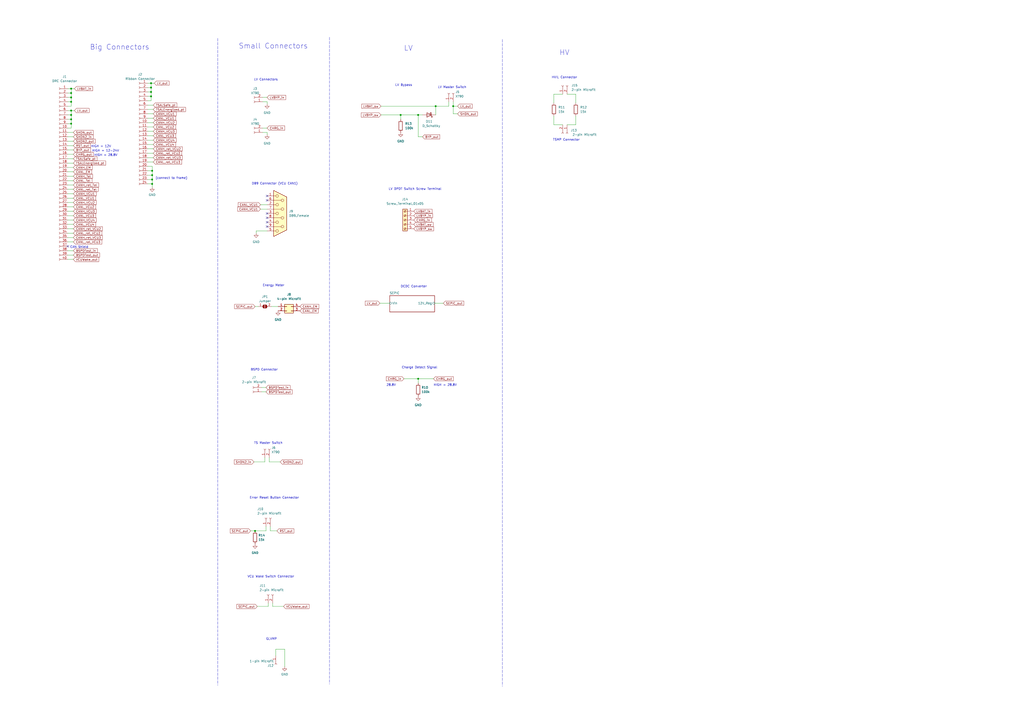
<source format=kicad_sch>
(kicad_sch (version 20211123) (generator eeschema)
  (paper "A2")
  (lib_symbols
    (symbol "Connector:Conn_01x01_Female" (pin_names (offset 1.016) hide)
      (property "Reference" "J" (at 0 2.54 0))
      (property "Value" "Conn_01x01_Female" (at 0 -2.54 0))
      (symbol "Conn_01x01_Female_1_1"
        (polyline (pts (xy -1.27 0) (xy -0.508 0)) (stroke (width 0.1524)))
        (arc (start 0 0.508) (mid -0.508 0) (end 0 -0.508) (stroke (width 0.1524)))
        (pin passive line (at -5.08 0 0) (length 3.81) (name "Pin_1") (number "1"))
      )
    )
    (symbol "Connector:Conn_01x02_Female" (pin_names (offset 1.016) hide)
      (property "Reference" "J" (at 0 2.54 0))
      (property "Value" "Conn_01x02_Female" (at 0 -5.08 0))
      (symbol "Conn_01x02_Female_1_1"
        (arc (start 0 -2.032) (mid -0.508 -2.54) (end 0 -3.048) (stroke (width 0.1524)))
        (polyline (pts (xy -1.27 -2.54) (xy -0.508 -2.54)) (stroke (width 0.1524)))
        (polyline (pts (xy -1.27 0) (xy -0.508 0)) (stroke (width 0.1524)))
        (arc (start 0 0.508) (mid -0.508 0) (end 0 -0.508) (stroke (width 0.1524)))
        (pin passive line (at -5.08 0 0) (length 3.81) (name "Pin_1") (number "1"))
        (pin passive line (at -5.08 -2.54 0) (length 3.81) (name "Pin_2") (number "2"))
      )
    )
    (symbol "Connector:Conn_01x24_Female" (pin_names (offset 1.016) hide)
      (property "Reference" "J" (at 0 30.48 0))
      (property "Value" "Conn_01x24_Female" (at 0 -33.02 0))
      (symbol "Conn_01x24_Female_1_1"
        (arc (start 0 -29.972) (mid -0.508 -30.48) (end 0 -30.988) (stroke (width 0.1524)))
        (arc (start 0 -27.432) (mid -0.508 -27.94) (end 0 -28.448) (stroke (width 0.1524)))
        (arc (start 0 -24.892) (mid -0.508 -25.4) (end 0 -25.908) (stroke (width 0.1524)))
        (arc (start 0 -22.352) (mid -0.508 -22.86) (end 0 -23.368) (stroke (width 0.1524)))
        (arc (start 0 -19.812) (mid -0.508 -20.32) (end 0 -20.828) (stroke (width 0.1524)))
        (arc (start 0 -17.272) (mid -0.508 -17.78) (end 0 -18.288) (stroke (width 0.1524)))
        (arc (start 0 -14.732) (mid -0.508 -15.24) (end 0 -15.748) (stroke (width 0.1524)))
        (arc (start 0 -12.192) (mid -0.508 -12.7) (end 0 -13.208) (stroke (width 0.1524)))
        (arc (start 0 -9.652) (mid -0.508 -10.16) (end 0 -10.668) (stroke (width 0.1524)))
        (arc (start 0 -7.112) (mid -0.508 -7.62) (end 0 -8.128) (stroke (width 0.1524)))
        (arc (start 0 -4.572) (mid -0.508 -5.08) (end 0 -5.588) (stroke (width 0.1524)))
        (arc (start 0 -2.032) (mid -0.508 -2.54) (end 0 -3.048) (stroke (width 0.1524)))
        (polyline (pts (xy -1.27 -30.48) (xy -0.508 -30.48)) (stroke (width 0.1524)))
        (polyline (pts (xy -1.27 -27.94) (xy -0.508 -27.94)) (stroke (width 0.1524)))
        (polyline (pts (xy -1.27 -25.4) (xy -0.508 -25.4)) (stroke (width 0.1524)))
        (polyline (pts (xy -1.27 -22.86) (xy -0.508 -22.86)) (stroke (width 0.1524)))
        (polyline (pts (xy -1.27 -20.32) (xy -0.508 -20.32)) (stroke (width 0.1524)))
        (polyline (pts (xy -1.27 -17.78) (xy -0.508 -17.78)) (stroke (width 0.1524)))
        (polyline (pts (xy -1.27 -15.24) (xy -0.508 -15.24)) (stroke (width 0.1524)))
        (polyline (pts (xy -1.27 -12.7) (xy -0.508 -12.7)) (stroke (width 0.1524)))
        (polyline (pts (xy -1.27 -10.16) (xy -0.508 -10.16)) (stroke (width 0.1524)))
        (polyline (pts (xy -1.27 -7.62) (xy -0.508 -7.62)) (stroke (width 0.1524)))
        (polyline (pts (xy -1.27 -5.08) (xy -0.508 -5.08)) (stroke (width 0.1524)))
        (polyline (pts (xy -1.27 -2.54) (xy -0.508 -2.54)) (stroke (width 0.1524)))
        (polyline (pts (xy -1.27 0) (xy -0.508 0)) (stroke (width 0.1524)))
        (polyline (pts (xy -1.27 2.54) (xy -0.508 2.54)) (stroke (width 0.1524)))
        (polyline (pts (xy -1.27 5.08) (xy -0.508 5.08)) (stroke (width 0.1524)))
        (polyline (pts (xy -1.27 7.62) (xy -0.508 7.62)) (stroke (width 0.1524)))
        (polyline (pts (xy -1.27 10.16) (xy -0.508 10.16)) (stroke (width 0.1524)))
        (polyline (pts (xy -1.27 12.7) (xy -0.508 12.7)) (stroke (width 0.1524)))
        (polyline (pts (xy -1.27 15.24) (xy -0.508 15.24)) (stroke (width 0.1524)))
        (polyline (pts (xy -1.27 17.78) (xy -0.508 17.78)) (stroke (width 0.1524)))
        (polyline (pts (xy -1.27 20.32) (xy -0.508 20.32)) (stroke (width 0.1524)))
        (polyline (pts (xy -1.27 22.86) (xy -0.508 22.86)) (stroke (width 0.1524)))
        (polyline (pts (xy -1.27 25.4) (xy -0.508 25.4)) (stroke (width 0.1524)))
        (polyline (pts (xy -1.27 27.94) (xy -0.508 27.94)) (stroke (width 0.1524)))
        (arc (start 0 0.508) (mid -0.508 0) (end 0 -0.508) (stroke (width 0.1524)))
        (arc (start 0 3.048) (mid -0.508 2.54) (end 0 2.032) (stroke (width 0.1524)))
        (arc (start 0 5.588) (mid -0.508 5.08) (end 0 4.572) (stroke (width 0.1524)))
        (arc (start 0 8.128) (mid -0.508 7.62) (end 0 7.112) (stroke (width 0.1524)))
        (arc (start 0 10.668) (mid -0.508 10.16) (end 0 9.652) (stroke (width 0.1524)))
        (arc (start 0 13.208) (mid -0.508 12.7) (end 0 12.192) (stroke (width 0.1524)))
        (arc (start 0 15.748) (mid -0.508 15.24) (end 0 14.732) (stroke (width 0.1524)))
        (arc (start 0 18.288) (mid -0.508 17.78) (end 0 17.272) (stroke (width 0.1524)))
        (arc (start 0 20.828) (mid -0.508 20.32) (end 0 19.812) (stroke (width 0.1524)))
        (arc (start 0 23.368) (mid -0.508 22.86) (end 0 22.352) (stroke (width 0.1524)))
        (arc (start 0 25.908) (mid -0.508 25.4) (end 0 24.892) (stroke (width 0.1524)))
        (arc (start 0 28.448) (mid -0.508 27.94) (end 0 27.432) (stroke (width 0.1524)))
        (pin passive line (at -5.08 27.94 0) (length 3.81) (name "Pin_1") (number "1"))
        (pin passive line (at -5.08 5.08 0) (length 3.81) (name "Pin_10") (number "10"))
        (pin passive line (at -5.08 2.54 0) (length 3.81) (name "Pin_11") (number "11"))
        (pin passive line (at -5.08 0 0) (length 3.81) (name "Pin_12") (number "12"))
        (pin passive line (at -5.08 -2.54 0) (length 3.81) (name "Pin_13") (number "13"))
        (pin passive line (at -5.08 -5.08 0) (length 3.81) (name "Pin_14") (number "14"))
        (pin passive line (at -5.08 -7.62 0) (length 3.81) (name "Pin_15") (number "15"))
        (pin passive line (at -5.08 -10.16 0) (length 3.81) (name "Pin_16") (number "16"))
        (pin passive line (at -5.08 -12.7 0) (length 3.81) (name "Pin_17") (number "17"))
        (pin passive line (at -5.08 -15.24 0) (length 3.81) (name "Pin_18") (number "18"))
        (pin passive line (at -5.08 -17.78 0) (length 3.81) (name "Pin_19") (number "19"))
        (pin passive line (at -5.08 25.4 0) (length 3.81) (name "Pin_2") (number "2"))
        (pin passive line (at -5.08 -20.32 0) (length 3.81) (name "Pin_20") (number "20"))
        (pin passive line (at -5.08 -22.86 0) (length 3.81) (name "Pin_21") (number "21"))
        (pin passive line (at -5.08 -25.4 0) (length 3.81) (name "Pin_22") (number "22"))
        (pin passive line (at -5.08 -27.94 0) (length 3.81) (name "Pin_23") (number "23"))
        (pin passive line (at -5.08 -30.48 0) (length 3.81) (name "Pin_24") (number "24"))
        (pin passive line (at -5.08 22.86 0) (length 3.81) (name "Pin_3") (number "3"))
        (pin passive line (at -5.08 20.32 0) (length 3.81) (name "Pin_4") (number "4"))
        (pin passive line (at -5.08 17.78 0) (length 3.81) (name "Pin_5") (number "5"))
        (pin passive line (at -5.08 15.24 0) (length 3.81) (name "Pin_6") (number "6"))
        (pin passive line (at -5.08 12.7 0) (length 3.81) (name "Pin_7") (number "7"))
        (pin passive line (at -5.08 10.16 0) (length 3.81) (name "Pin_8") (number "8"))
        (pin passive line (at -5.08 7.62 0) (length 3.81) (name "Pin_9") (number "9"))
      )
    )
    (symbol "Connector:Conn_01x40_Female" (pin_names (offset 1.016) hide)
      (property "Reference" "J" (at 0 50.8 0))
      (property "Value" "Conn_01x40_Female" (at 0 -53.34 0))
      (symbol "Conn_01x40_Female_1_1"
        (arc (start 0 -50.292) (mid -0.508 -50.8) (end 0 -51.308) (stroke (width 0.1524)))
        (arc (start 0 -47.752) (mid -0.508 -48.26) (end 0 -48.768) (stroke (width 0.1524)))
        (arc (start 0 -45.212) (mid -0.508 -45.72) (end 0 -46.228) (stroke (width 0.1524)))
        (arc (start 0 -42.672) (mid -0.508 -43.18) (end 0 -43.688) (stroke (width 0.1524)))
        (arc (start 0 -40.132) (mid -0.508 -40.64) (end 0 -41.148) (stroke (width 0.1524)))
        (arc (start 0 -37.592) (mid -0.508 -38.1) (end 0 -38.608) (stroke (width 0.1524)))
        (arc (start 0 -35.052) (mid -0.508 -35.56) (end 0 -36.068) (stroke (width 0.1524)))
        (arc (start 0 -32.512) (mid -0.508 -33.02) (end 0 -33.528) (stroke (width 0.1524)))
        (arc (start 0 -29.972) (mid -0.508 -30.48) (end 0 -30.988) (stroke (width 0.1524)))
        (arc (start 0 -27.432) (mid -0.508 -27.94) (end 0 -28.448) (stroke (width 0.1524)))
        (arc (start 0 -24.892) (mid -0.508 -25.4) (end 0 -25.908) (stroke (width 0.1524)))
        (arc (start 0 -22.352) (mid -0.508 -22.86) (end 0 -23.368) (stroke (width 0.1524)))
        (arc (start 0 -19.812) (mid -0.508 -20.32) (end 0 -20.828) (stroke (width 0.1524)))
        (arc (start 0 -17.272) (mid -0.508 -17.78) (end 0 -18.288) (stroke (width 0.1524)))
        (arc (start 0 -14.732) (mid -0.508 -15.24) (end 0 -15.748) (stroke (width 0.1524)))
        (arc (start 0 -12.192) (mid -0.508 -12.7) (end 0 -13.208) (stroke (width 0.1524)))
        (arc (start 0 -9.652) (mid -0.508 -10.16) (end 0 -10.668) (stroke (width 0.1524)))
        (arc (start 0 -7.112) (mid -0.508 -7.62) (end 0 -8.128) (stroke (width 0.1524)))
        (arc (start 0 -4.572) (mid -0.508 -5.08) (end 0 -5.588) (stroke (width 0.1524)))
        (arc (start 0 -2.032) (mid -0.508 -2.54) (end 0 -3.048) (stroke (width 0.1524)))
        (polyline (pts (xy -1.27 -50.8) (xy -0.508 -50.8)) (stroke (width 0.1524)))
        (polyline (pts (xy -1.27 -48.26) (xy -0.508 -48.26)) (stroke (width 0.1524)))
        (polyline (pts (xy -1.27 -45.72) (xy -0.508 -45.72)) (stroke (width 0.1524)))
        (polyline (pts (xy -1.27 -43.18) (xy -0.508 -43.18)) (stroke (width 0.1524)))
        (polyline (pts (xy -1.27 -40.64) (xy -0.508 -40.64)) (stroke (width 0.1524)))
        (polyline (pts (xy -1.27 -38.1) (xy -0.508 -38.1)) (stroke (width 0.1524)))
        (polyline (pts (xy -1.27 -35.56) (xy -0.508 -35.56)) (stroke (width 0.1524)))
        (polyline (pts (xy -1.27 -33.02) (xy -0.508 -33.02)) (stroke (width 0.1524)))
        (polyline (pts (xy -1.27 -30.48) (xy -0.508 -30.48)) (stroke (width 0.1524)))
        (polyline (pts (xy -1.27 -27.94) (xy -0.508 -27.94)) (stroke (width 0.1524)))
        (polyline (pts (xy -1.27 -25.4) (xy -0.508 -25.4)) (stroke (width 0.1524)))
        (polyline (pts (xy -1.27 -22.86) (xy -0.508 -22.86)) (stroke (width 0.1524)))
        (polyline (pts (xy -1.27 -20.32) (xy -0.508 -20.32)) (stroke (width 0.1524)))
        (polyline (pts (xy -1.27 -17.78) (xy -0.508 -17.78)) (stroke (width 0.1524)))
        (polyline (pts (xy -1.27 -15.24) (xy -0.508 -15.24)) (stroke (width 0.1524)))
        (polyline (pts (xy -1.27 -12.7) (xy -0.508 -12.7)) (stroke (width 0.1524)))
        (polyline (pts (xy -1.27 -10.16) (xy -0.508 -10.16)) (stroke (width 0.1524)))
        (polyline (pts (xy -1.27 -7.62) (xy -0.508 -7.62)) (stroke (width 0.1524)))
        (polyline (pts (xy -1.27 -5.08) (xy -0.508 -5.08)) (stroke (width 0.1524)))
        (polyline (pts (xy -1.27 -2.54) (xy -0.508 -2.54)) (stroke (width 0.1524)))
        (polyline (pts (xy -1.27 0) (xy -0.508 0)) (stroke (width 0.1524)))
        (polyline (pts (xy -1.27 2.54) (xy -0.508 2.54)) (stroke (width 0.1524)))
        (polyline (pts (xy -1.27 5.08) (xy -0.508 5.08)) (stroke (width 0.1524)))
        (polyline (pts (xy -1.27 7.62) (xy -0.508 7.62)) (stroke (width 0.1524)))
        (polyline (pts (xy -1.27 10.16) (xy -0.508 10.16)) (stroke (width 0.1524)))
        (polyline (pts (xy -1.27 12.7) (xy -0.508 12.7)) (stroke (width 0.1524)))
        (polyline (pts (xy -1.27 15.24) (xy -0.508 15.24)) (stroke (width 0.1524)))
        (polyline (pts (xy -1.27 17.78) (xy -0.508 17.78)) (stroke (width 0.1524)))
        (polyline (pts (xy -1.27 20.32) (xy -0.508 20.32)) (stroke (width 0.1524)))
        (polyline (pts (xy -1.27 22.86) (xy -0.508 22.86)) (stroke (width 0.1524)))
        (polyline (pts (xy -1.27 25.4) (xy -0.508 25.4)) (stroke (width 0.1524)))
        (polyline (pts (xy -1.27 27.94) (xy -0.508 27.94)) (stroke (width 0.1524)))
        (polyline (pts (xy -1.27 30.48) (xy -0.508 30.48)) (stroke (width 0.1524)))
        (polyline (pts (xy -1.27 33.02) (xy -0.508 33.02)) (stroke (width 0.1524)))
        (polyline (pts (xy -1.27 35.56) (xy -0.508 35.56)) (stroke (width 0.1524)))
        (polyline (pts (xy -1.27 38.1) (xy -0.508 38.1)) (stroke (width 0.1524)))
        (polyline (pts (xy -1.27 40.64) (xy -0.508 40.64)) (stroke (width 0.1524)))
        (polyline (pts (xy -1.27 43.18) (xy -0.508 43.18)) (stroke (width 0.1524)))
        (polyline (pts (xy -1.27 45.72) (xy -0.508 45.72)) (stroke (width 0.1524)))
        (polyline (pts (xy -1.27 48.26) (xy -0.508 48.26)) (stroke (width 0.1524)))
        (arc (start 0 0.508) (mid -0.508 0) (end 0 -0.508) (stroke (width 0.1524)))
        (arc (start 0 3.048) (mid -0.508 2.54) (end 0 2.032) (stroke (width 0.1524)))
        (arc (start 0 5.588) (mid -0.508 5.08) (end 0 4.572) (stroke (width 0.1524)))
        (arc (start 0 8.128) (mid -0.508 7.62) (end 0 7.112) (stroke (width 0.1524)))
        (arc (start 0 10.668) (mid -0.508 10.16) (end 0 9.652) (stroke (width 0.1524)))
        (arc (start 0 13.208) (mid -0.508 12.7) (end 0 12.192) (stroke (width 0.1524)))
        (arc (start 0 15.748) (mid -0.508 15.24) (end 0 14.732) (stroke (width 0.1524)))
        (arc (start 0 18.288) (mid -0.508 17.78) (end 0 17.272) (stroke (width 0.1524)))
        (arc (start 0 20.828) (mid -0.508 20.32) (end 0 19.812) (stroke (width 0.1524)))
        (arc (start 0 23.368) (mid -0.508 22.86) (end 0 22.352) (stroke (width 0.1524)))
        (arc (start 0 25.908) (mid -0.508 25.4) (end 0 24.892) (stroke (width 0.1524)))
        (arc (start 0 28.448) (mid -0.508 27.94) (end 0 27.432) (stroke (width 0.1524)))
        (arc (start 0 30.988) (mid -0.508 30.48) (end 0 29.972) (stroke (width 0.1524)))
        (arc (start 0 33.528) (mid -0.508 33.02) (end 0 32.512) (stroke (width 0.1524)))
        (arc (start 0 36.068) (mid -0.508 35.56) (end 0 35.052) (stroke (width 0.1524)))
        (arc (start 0 38.608) (mid -0.508 38.1) (end 0 37.592) (stroke (width 0.1524)))
        (arc (start 0 41.148) (mid -0.508 40.64) (end 0 40.132) (stroke (width 0.1524)))
        (arc (start 0 43.688) (mid -0.508 43.18) (end 0 42.672) (stroke (width 0.1524)))
        (arc (start 0 46.228) (mid -0.508 45.72) (end 0 45.212) (stroke (width 0.1524)))
        (arc (start 0 48.768) (mid -0.508 48.26) (end 0 47.752) (stroke (width 0.1524)))
        (pin passive line (at -5.08 48.26 0) (length 3.81) (name "Pin_1") (number "1"))
        (pin passive line (at -5.08 25.4 0) (length 3.81) (name "Pin_10") (number "10"))
        (pin passive line (at -5.08 22.86 0) (length 3.81) (name "Pin_11") (number "11"))
        (pin passive line (at -5.08 20.32 0) (length 3.81) (name "Pin_12") (number "12"))
        (pin passive line (at -5.08 17.78 0) (length 3.81) (name "Pin_13") (number "13"))
        (pin passive line (at -5.08 15.24 0) (length 3.81) (name "Pin_14") (number "14"))
        (pin passive line (at -5.08 12.7 0) (length 3.81) (name "Pin_15") (number "15"))
        (pin passive line (at -5.08 10.16 0) (length 3.81) (name "Pin_16") (number "16"))
        (pin passive line (at -5.08 7.62 0) (length 3.81) (name "Pin_17") (number "17"))
        (pin passive line (at -5.08 5.08 0) (length 3.81) (name "Pin_18") (number "18"))
        (pin passive line (at -5.08 2.54 0) (length 3.81) (name "Pin_19") (number "19"))
        (pin passive line (at -5.08 45.72 0) (length 3.81) (name "Pin_2") (number "2"))
        (pin passive line (at -5.08 0 0) (length 3.81) (name "Pin_20") (number "20"))
        (pin passive line (at -5.08 -2.54 0) (length 3.81) (name "Pin_21") (number "21"))
        (pin passive line (at -5.08 -5.08 0) (length 3.81) (name "Pin_22") (number "22"))
        (pin passive line (at -5.08 -7.62 0) (length 3.81) (name "Pin_23") (number "23"))
        (pin passive line (at -5.08 -10.16 0) (length 3.81) (name "Pin_24") (number "24"))
        (pin passive line (at -5.08 -12.7 0) (length 3.81) (name "Pin_25") (number "25"))
        (pin passive line (at -5.08 -15.24 0) (length 3.81) (name "Pin_26") (number "26"))
        (pin passive line (at -5.08 -17.78 0) (length 3.81) (name "Pin_27") (number "27"))
        (pin passive line (at -5.08 -20.32 0) (length 3.81) (name "Pin_28") (number "28"))
        (pin passive line (at -5.08 -22.86 0) (length 3.81) (name "Pin_29") (number "29"))
        (pin passive line (at -5.08 43.18 0) (length 3.81) (name "Pin_3") (number "3"))
        (pin passive line (at -5.08 -25.4 0) (length 3.81) (name "Pin_30") (number "30"))
        (pin passive line (at -5.08 -27.94 0) (length 3.81) (name "Pin_31") (number "31"))
        (pin passive line (at -5.08 -30.48 0) (length 3.81) (name "Pin_32") (number "32"))
        (pin passive line (at -5.08 -33.02 0) (length 3.81) (name "Pin_33") (number "33"))
        (pin passive line (at -5.08 -35.56 0) (length 3.81) (name "Pin_34") (number "34"))
        (pin passive line (at -5.08 -38.1 0) (length 3.81) (name "Pin_35") (number "35"))
        (pin passive line (at -5.08 -40.64 0) (length 3.81) (name "Pin_36") (number "36"))
        (pin passive line (at -5.08 -43.18 0) (length 3.81) (name "Pin_37") (number "37"))
        (pin passive line (at -5.08 -45.72 0) (length 3.81) (name "Pin_38") (number "38"))
        (pin passive line (at -5.08 -48.26 0) (length 3.81) (name "Pin_39") (number "39"))
        (pin passive line (at -5.08 40.64 0) (length 3.81) (name "Pin_4") (number "4"))
        (pin passive line (at -5.08 -50.8 0) (length 3.81) (name "Pin_40") (number "40"))
        (pin passive line (at -5.08 38.1 0) (length 3.81) (name "Pin_5") (number "5"))
        (pin passive line (at -5.08 35.56 0) (length 3.81) (name "Pin_6") (number "6"))
        (pin passive line (at -5.08 33.02 0) (length 3.81) (name "Pin_7") (number "7"))
        (pin passive line (at -5.08 30.48 0) (length 3.81) (name "Pin_8") (number "8"))
        (pin passive line (at -5.08 27.94 0) (length 3.81) (name "Pin_9") (number "9"))
      )
    )
    (symbol "Connector:DB9_Female" (pin_names (offset 1.016) hide)
      (property "Reference" "J" (at 0 13.97 0))
      (property "Value" "DB9_Female" (at 0 -14.605 0))
      (symbol "DB9_Female_0_1"
        (circle (center -1.778 -10.16) (radius 0.762))
        (circle (center -1.778 -5.08) (radius 0.762))
        (circle (center -1.778 0) (radius 0.762))
        (circle (center -1.778 5.08) (radius 0.762))
        (circle (center -1.778 10.16) (radius 0.762))
        (polyline (pts (xy -3.81 -10.16) (xy -2.54 -10.16)))
        (polyline (pts (xy -3.81 -7.62) (xy 0.508 -7.62)))
        (polyline (pts (xy -3.81 -5.08) (xy -2.54 -5.08)))
        (polyline (pts (xy -3.81 -2.54) (xy 0.508 -2.54)))
        (polyline (pts (xy -3.81 0) (xy -2.54 0)))
        (polyline (pts (xy -3.81 2.54) (xy 0.508 2.54)))
        (polyline (pts (xy -3.81 5.08) (xy -2.54 5.08)))
        (polyline (pts (xy -3.81 7.62) (xy 0.508 7.62)))
        (polyline (pts (xy -3.81 10.16) (xy -2.54 10.16)))
        (polyline (pts (xy -3.81 13.335) (xy -3.81 -13.335) (xy 3.81 -9.525) (xy 3.81 9.525) (xy -3.81 13.335)) (stroke (width 0.254)) (fill (type background)))
        (circle (center 1.27 -7.62) (radius 0.762))
        (circle (center 1.27 -2.54) (radius 0.762))
        (circle (center 1.27 2.54) (radius 0.762))
        (circle (center 1.27 7.62) (radius 0.762))
      )
      (symbol "DB9_Female_1_1"
        (pin passive line (at -7.62 10.16 0) (length 3.81) (name "1") (number "1"))
        (pin passive line (at -7.62 5.08 0) (length 3.81) (name "2") (number "2"))
        (pin passive line (at -7.62 0 0) (length 3.81) (name "3") (number "3"))
        (pin passive line (at -7.62 -5.08 0) (length 3.81) (name "4") (number "4"))
        (pin passive line (at -7.62 -10.16 0) (length 3.81) (name "5") (number "5"))
        (pin passive line (at -7.62 7.62 0) (length 3.81) (name "6") (number "6"))
        (pin passive line (at -7.62 2.54 0) (length 3.81) (name "7") (number "7"))
        (pin passive line (at -7.62 -2.54 0) (length 3.81) (name "8") (number "8"))
        (pin passive line (at -7.62 -7.62 0) (length 3.81) (name "9") (number "9"))
      )
    )
    (symbol "Connector:Screw_Terminal_01x05" (pin_names (offset 1.016) hide)
      (property "Reference" "J" (at 0 7.62 0))
      (property "Value" "Screw_Terminal_01x05" (at 0 -7.62 0))
      (symbol "Screw_Terminal_01x05_1_1"
        (rectangle (start -1.27 6.35) (end 1.27 -6.35) (stroke (width 0.254)) (fill (type background)))
        (circle (center 0 -5.08) (radius 0.635) (stroke (width 0.1524)))
        (circle (center 0 -2.54) (radius 0.635) (stroke (width 0.1524)))
        (polyline (pts (xy -0.5334 -4.7498) (xy 0.3302 -5.588)) (stroke (width 0.1524)))
        (polyline (pts (xy -0.5334 -2.2098) (xy 0.3302 -3.048)) (stroke (width 0.1524)))
        (polyline (pts (xy -0.5334 0.3302) (xy 0.3302 -0.508)) (stroke (width 0.1524)))
        (polyline (pts (xy -0.5334 2.8702) (xy 0.3302 2.032)) (stroke (width 0.1524)))
        (polyline (pts (xy -0.5334 5.4102) (xy 0.3302 4.572)) (stroke (width 0.1524)))
        (polyline (pts (xy -0.3556 -4.572) (xy 0.508 -5.4102)) (stroke (width 0.1524)))
        (polyline (pts (xy -0.3556 -2.032) (xy 0.508 -2.8702)) (stroke (width 0.1524)))
        (polyline (pts (xy -0.3556 0.508) (xy 0.508 -0.3302)) (stroke (width 0.1524)))
        (polyline (pts (xy -0.3556 3.048) (xy 0.508 2.2098)) (stroke (width 0.1524)))
        (polyline (pts (xy -0.3556 5.588) (xy 0.508 4.7498)) (stroke (width 0.1524)))
        (circle (center 0 0) (radius 0.635) (stroke (width 0.1524)))
        (circle (center 0 2.54) (radius 0.635) (stroke (width 0.1524)))
        (circle (center 0 5.08) (radius 0.635) (stroke (width 0.1524)))
        (pin passive line (at -5.08 5.08 0) (length 3.81) (name "Pin_1") (number "1"))
        (pin passive line (at -5.08 2.54 0) (length 3.81) (name "Pin_2") (number "2"))
        (pin passive line (at -5.08 0 0) (length 3.81) (name "Pin_3") (number "3"))
        (pin passive line (at -5.08 -2.54 0) (length 3.81) (name "Pin_4") (number "4"))
        (pin passive line (at -5.08 -5.08 0) (length 3.81) (name "Pin_5") (number "5"))
      )
    )
    (symbol "Connector_Generic:Conn_02x02_Counter_Clockwise" (pin_names (offset 1.016) hide)
      (property "Reference" "J" (at 1.27 2.54 0))
      (property "Value" "Conn_02x02_Counter_Clockwise" (at 1.27 -5.08 0))
      (symbol "Conn_02x02_Counter_Clockwise_1_1"
        (rectangle (start -1.27 -2.413) (end 0 -2.667) (stroke (width 0.1524)))
        (rectangle (start -1.27 0.127) (end 0 -0.127) (stroke (width 0.1524)))
        (rectangle (start -1.27 1.27) (end 3.81 -3.81) (stroke (width 0.254)) (fill (type background)))
        (rectangle (start 3.81 -2.413) (end 2.54 -2.667) (stroke (width 0.1524)))
        (rectangle (start 3.81 0.127) (end 2.54 -0.127) (stroke (width 0.1524)))
        (pin passive line (at -5.08 0 0) (length 3.81) (name "Pin_1") (number "1"))
        (pin passive line (at -5.08 -2.54 0) (length 3.81) (name "Pin_2") (number "2"))
        (pin passive line (at 7.62 -2.54 180) (length 3.81) (name "Pin_3") (number "3"))
        (pin passive line (at 7.62 0 180) (length 3.81) (name "Pin_4") (number "4"))
      )
    )
    (symbol "Device:D_Schottky" (pin_numbers hide) (pin_names (offset 1.016) hide)
      (property "Reference" "D" (at 0 2.54 0))
      (property "Value" "D_Schottky" (at 0 -2.54 0))
      (symbol "D_Schottky_0_1"
        (polyline (pts (xy 1.27 0) (xy -1.27 0)))
        (polyline (pts (xy 1.27 1.27) (xy 1.27 -1.27) (xy -1.27 0) (xy 1.27 1.27)) (stroke (width 0.254)))
        (polyline (pts (xy -1.905 0.635) (xy -1.905 1.27) (xy -1.27 1.27) (xy -1.27 -1.27) (xy -0.635 -1.27) (xy -0.635 -0.635)) (stroke (width 0.254)))
      )
      (symbol "D_Schottky_1_1"
        (pin passive line (at -3.81 0 0) (length 2.54) (name "K") (number "1"))
        (pin passive line (at 3.81 0 180) (length 2.54) (name "A") (number "2"))
      )
    )
    (symbol "Device:R" (pin_numbers hide) (pin_names (offset 0))
      (property "Reference" "R" (at 2.032 0 90))
      (property "Value" "R" (at 0 0 90))
      (symbol "R_0_1"
        (rectangle (start -1.016 -2.54) (end 1.016 2.54) (stroke (width 0.254)))
      )
      (symbol "R_1_1"
        (pin passive line (at 0 3.81 270) (length 1.27) (name "~") (number "1"))
        (pin passive line (at 0 -3.81 90) (length 1.27) (name "~") (number "2"))
      )
    )
    (symbol "Jumper:SolderJumper_2_Open" (pin_names (offset 0) hide)
      (property "Reference" "JP" (at 0 2.032 0))
      (property "Value" "SolderJumper_2_Open" (at 0 -2.54 0))
      (symbol "SolderJumper_2_Open_0_1"
        (arc (start -0.254 1.016) (mid -1.27 0) (end -0.254 -1.016))
        (arc (start -0.254 1.016) (mid -1.27 0) (end -0.254 -1.016) (fill (type outline)))
        (polyline (pts (xy -0.254 1.016) (xy -0.254 -1.016)))
        (polyline (pts (xy 0.254 1.016) (xy 0.254 -1.016)))
        (arc (start 0.254 -1.016) (mid 1.27 0) (end 0.254 1.016))
        (arc (start 0.254 -1.016) (mid 1.27 0) (end 0.254 1.016) (fill (type outline)))
      )
      (symbol "SolderJumper_2_Open_1_1"
        (pin passive line (at -3.81 0 0) (length 2.54) (name "A") (number "1"))
        (pin passive line (at 3.81 0 180) (length 2.54) (name "B") (number "2"))
      )
    )
    (symbol "power:GND" (power) (pin_names (offset 0))
      (property "Value" "GND" (at 0 -3.81 0))
      (symbol "GND_0_1"
        (polyline (pts (xy 0 0) (xy 0 -1.27) (xy 1.27 -1.27) (xy 0 -2.54) (xy -1.27 -1.27) (xy 0 -1.27)))
      )
      (symbol "GND_1_1"
        (pin power_in line (at 0 0 270) (length 0) hide (name "GND") (number "1"))
      )
    )
  )
  (junction (at 252.73 61.595))
  (junction (at 41.275 53.975))
  (junction (at 88.265 99.06))
  (junction (at 87.63 50.8))
  (junction (at 41.275 64.135))
  (junction (at 232.41 66.675))
  (junction (at 88.265 106.68))
  (junction (at 262.89 61.595))
  (junction (at 147.955 307.975))
  (junction (at 242.57 66.675))
  (junction (at 242.57 219.71))
  (junction (at 41.275 59.055))
  (junction (at 41.275 71.755))
  (junction (at 87.63 48.26))
  (junction (at 41.275 69.215))
  (junction (at 87.63 53.34))
  (junction (at 88.265 104.14))
  (junction (at 41.275 56.515))
  (junction (at 87.63 55.88))
  (junction (at 41.275 66.675))
  (junction (at 41.275 51.435))
  (junction (at 88.265 101.6))
  (no_connect (at 39.37 142.875))
  (no_connect (at 154.94 128.905))
  (no_connect (at 154.94 131.445))
  (no_connect (at 154.94 116.205))
  (no_connect (at 154.94 113.665))
  (no_connect (at 154.94 126.365))
  (no_connect (at 154.94 123.825))
  (wire (pts (xy 85.725 99.06) (xy 88.265 99.06)))
  (polyline (pts (xy 291.465 22.86) (xy 291.465 398.145)))
  (wire (pts (xy 88.265 96.52) (xy 85.725 96.52)))
  (wire (pts (xy 88.9 88.9) (xy 85.725 88.9)))
  (wire (pts (xy 321.31 72.39) (xy 326.39 72.39)))
  (wire (pts (xy 232.41 69.215) (xy 232.41 66.675)))
  (wire (pts (xy 156.845 307.975) (xy 160.655 307.975)))
  (wire (pts (xy 42.545 125.095) (xy 39.37 125.095)))
  (wire (pts (xy 252.73 61.595) (xy 252.73 66.675)))
  (wire (pts (xy 154.94 76.835) (xy 154.94 78.105)))
  (wire (pts (xy 147.32 267.97) (xy 153.67 267.97)))
  (wire (pts (xy 39.37 51.435) (xy 41.275 51.435)))
  (wire (pts (xy 153.67 267.97) (xy 153.67 265.43)))
  (wire (pts (xy 42.545 120.015) (xy 39.37 120.015)))
  (wire (pts (xy 88.9 81.28) (xy 85.725 81.28)))
  (wire (pts (xy 156.845 305.435) (xy 156.845 307.975)))
  (wire (pts (xy 88.9 76.2) (xy 85.725 76.2)))
  (wire (pts (xy 88.9 86.36) (xy 85.725 86.36)))
  (wire (pts (xy 252.095 175.895) (xy 257.175 175.895)))
  (wire (pts (xy 85.725 106.68) (xy 88.265 106.68)))
  (wire (pts (xy 152.4 56.515) (xy 154.94 56.515)))
  (wire (pts (xy 42.545 132.715) (xy 39.37 132.715)))
  (wire (pts (xy 160.02 380.365) (xy 160.02 376.555)))
  (wire (pts (xy 88.265 104.14) (xy 88.265 106.68)))
  (wire (pts (xy 220.98 61.595) (xy 252.73 61.595)))
  (wire (pts (xy 152.4 76.835) (xy 154.94 76.835)))
  (wire (pts (xy 87.63 58.42) (xy 85.725 58.42)))
  (wire (pts (xy 39.37 71.755) (xy 41.275 71.755)))
  (wire (pts (xy 42.545 114.935) (xy 39.37 114.935)))
  (wire (pts (xy 39.37 64.135) (xy 41.275 64.135)))
  (wire (pts (xy 41.275 74.295) (xy 39.37 74.295)))
  (wire (pts (xy 151.13 121.285) (xy 154.94 121.285)))
  (wire (pts (xy 41.275 61.595) (xy 39.37 61.595)))
  (wire (pts (xy 151.13 118.745) (xy 154.94 118.745)))
  (wire (pts (xy 88.9 66.04) (xy 85.725 66.04)))
  (wire (pts (xy 88.9 71.12) (xy 85.725 71.12)))
  (wire (pts (xy 39.37 53.975) (xy 41.275 53.975)))
  (wire (pts (xy 42.545 117.475) (xy 39.37 117.475)))
  (wire (pts (xy 154.94 59.055) (xy 154.94 60.325)))
  (wire (pts (xy 88.265 101.6) (xy 88.265 104.14)))
  (wire (pts (xy 252.73 61.595) (xy 260.35 61.595)))
  (wire (pts (xy 87.63 55.88) (xy 87.63 58.42)))
  (wire (pts (xy 154.305 227.33) (xy 151.765 227.33)))
  (wire (pts (xy 158.115 351.79) (xy 164.465 351.79)))
  (wire (pts (xy 42.545 122.555) (xy 39.37 122.555)))
  (wire (pts (xy 149.225 351.79) (xy 155.575 351.79)))
  (wire (pts (xy 88.9 68.58) (xy 85.725 68.58)))
  (wire (pts (xy 156.21 267.97) (xy 162.56 267.97)))
  (wire (pts (xy 41.275 71.755) (xy 41.275 74.295)))
  (wire (pts (xy 39.37 147.955) (xy 42.545 147.955)))
  (wire (pts (xy 88.9 73.66) (xy 85.725 73.66)))
  (wire (pts (xy 87.63 48.26) (xy 87.63 50.8)))
  (wire (pts (xy 42.545 109.855) (xy 39.37 109.855)))
  (wire (pts (xy 334.01 72.39) (xy 334.01 67.31)))
  (wire (pts (xy 152.4 74.295) (xy 154.94 74.295)))
  (wire (pts (xy 88.265 99.06) (xy 88.265 101.6)))
  (wire (pts (xy 39.37 79.375) (xy 42.545 79.375)))
  (wire (pts (xy 242.57 219.71) (xy 251.46 219.71)))
  (wire (pts (xy 42.545 84.455) (xy 39.37 84.455)))
  (wire (pts (xy 39.37 76.835) (xy 42.545 76.835)))
  (wire (pts (xy 262.89 59.055) (xy 262.89 61.595)))
  (wire (pts (xy 42.545 107.315) (xy 39.37 107.315)))
  (wire (pts (xy 242.57 66.675) (xy 242.57 79.375)))
  (wire (pts (xy 232.41 66.675) (xy 220.98 66.675)))
  (wire (pts (xy 88.9 63.5) (xy 85.725 63.5)))
  (wire (pts (xy 232.41 66.675) (xy 242.57 66.675)))
  (wire (pts (xy 85.725 48.26) (xy 87.63 48.26)))
  (wire (pts (xy 88.9 78.74) (xy 85.725 78.74)))
  (wire (pts (xy 152.4 59.055) (xy 154.94 59.055)))
  (wire (pts (xy 41.275 51.435) (xy 41.275 53.975)))
  (wire (pts (xy 262.89 66.04) (xy 262.89 61.595)))
  (wire (pts (xy 42.545 135.255) (xy 39.37 135.255)))
  (wire (pts (xy 42.545 92.075) (xy 39.37 92.075)))
  (wire (pts (xy 42.545 140.335) (xy 39.37 140.335)))
  (polyline (pts (xy 126.365 22.225) (xy 126.365 397.51)))
  (wire (pts (xy 41.275 53.975) (xy 41.275 56.515)))
  (wire (pts (xy 85.725 50.8) (xy 87.63 50.8)))
  (wire (pts (xy 328.93 54.61) (xy 334.01 54.61)))
  (wire (pts (xy 42.545 94.615) (xy 39.37 94.615)))
  (wire (pts (xy 88.9 60.96) (xy 85.725 60.96)))
  (wire (pts (xy 85.725 55.88) (xy 87.63 55.88)))
  (wire (pts (xy 87.63 53.34) (xy 87.63 55.88)))
  (wire (pts (xy 321.31 54.61) (xy 321.31 59.69)))
  (wire (pts (xy 39.37 86.995) (xy 42.545 86.995)))
  (wire (pts (xy 41.275 69.215) (xy 41.275 71.755)))
  (wire (pts (xy 155.575 351.79) (xy 155.575 349.885)))
  (wire (pts (xy 234.315 219.71) (xy 242.57 219.71)))
  (wire (pts (xy 148.59 133.985) (xy 154.94 133.985)))
  (wire (pts (xy 41.275 59.055) (xy 41.275 61.595)))
  (wire (pts (xy 85.725 53.34) (xy 87.63 53.34)))
  (wire (pts (xy 39.37 89.535) (xy 42.545 89.535)))
  (wire (pts (xy 39.37 145.415) (xy 42.545 145.415)))
  (wire (pts (xy 42.545 130.175) (xy 39.37 130.175)))
  (wire (pts (xy 42.545 112.395) (xy 39.37 112.395)))
  (wire (pts (xy 321.31 72.39) (xy 321.31 67.31)))
  (wire (pts (xy 42.545 81.915) (xy 39.37 81.915)))
  (wire (pts (xy 260.35 59.055) (xy 260.35 61.595)))
  (wire (pts (xy 156.21 265.43) (xy 156.21 267.97)))
  (wire (pts (xy 265.43 66.04) (xy 262.89 66.04)))
  (wire (pts (xy 334.01 54.61) (xy 334.01 59.69)))
  (wire (pts (xy 147.955 177.8) (xy 149.86 177.8)))
  (wire (pts (xy 160.02 376.555) (xy 165.1 376.555)))
  (wire (pts (xy 41.275 56.515) (xy 41.275 59.055)))
  (wire (pts (xy 41.275 66.675) (xy 41.275 69.215)))
  (wire (pts (xy 88.265 108.585) (xy 88.265 106.68)))
  (wire (pts (xy 154.305 224.79) (xy 151.765 224.79)))
  (wire (pts (xy 242.57 222.25) (xy 242.57 219.71)))
  (wire (pts (xy 39.37 66.675) (xy 41.275 66.675)))
  (wire (pts (xy 85.725 101.6) (xy 88.265 101.6)))
  (wire (pts (xy 157.48 177.8) (xy 161.29 177.8)))
  (wire (pts (xy 154.305 305.435) (xy 154.305 307.975)))
  (wire (pts (xy 43.18 51.435) (xy 41.275 51.435)))
  (wire (pts (xy 158.115 349.885) (xy 158.115 351.79)))
  (wire (pts (xy 42.545 97.155) (xy 39.37 97.155)))
  (wire (pts (xy 42.545 150.495) (xy 39.37 150.495)))
  (wire (pts (xy 88.265 99.06) (xy 88.265 96.52)))
  (wire (pts (xy 42.545 102.235) (xy 39.37 102.235)))
  (wire (pts (xy 39.37 59.055) (xy 41.275 59.055)))
  (wire (pts (xy 41.275 64.135) (xy 43.18 64.135)))
  (wire (pts (xy 242.57 79.375) (xy 245.11 79.375)))
  (wire (pts (xy 87.63 50.8) (xy 87.63 53.34)))
  (wire (pts (xy 85.725 104.14) (xy 88.265 104.14)))
  (wire (pts (xy 42.545 104.775) (xy 39.37 104.775)))
  (wire (pts (xy 245.11 66.675) (xy 242.57 66.675)))
  (wire (pts (xy 88.9 93.98) (xy 85.725 93.98)))
  (wire (pts (xy 165.1 376.555) (xy 165.1 386.715)))
  (wire (pts (xy 42.545 127.635) (xy 39.37 127.635)))
  (wire (pts (xy 326.39 54.61) (xy 321.31 54.61)))
  (wire (pts (xy 328.93 72.39) (xy 334.01 72.39)))
  (wire (pts (xy 39.37 56.515) (xy 41.275 56.515)))
  (wire (pts (xy 88.9 91.44) (xy 85.725 91.44)))
  (wire (pts (xy 88.9 83.82) (xy 85.725 83.82)))
  (wire (pts (xy 42.545 137.795) (xy 39.37 137.795)))
  (wire (pts (xy 147.955 307.975) (xy 154.305 307.975)))
  (wire (pts (xy 145.415 307.975) (xy 147.955 307.975)))
  (wire (pts (xy 87.63 48.26) (xy 89.535 48.26)))
  (wire (pts (xy 39.37 69.215) (xy 41.275 69.215)))
  (wire (pts (xy 148.59 133.985) (xy 148.59 135.255)))
  (polyline (pts (xy 191.135 21.59) (xy 191.135 396.875)))
  (wire (pts (xy 220.345 175.895) (xy 226.06 175.895)))
  (wire (pts (xy 42.545 99.695) (xy 39.37 99.695)))
  (wire (pts (xy 262.89 61.595) (xy 265.43 61.595)))
  (wire (pts (xy 41.275 64.135) (xy 41.275 66.675)))
  (text "DCDC Converter" (at 232.41 167.005 0) (effects (font (size 1.27 1.27)) (justify left bottom)))
  (text "HIGH = 12V" (at 52.705 85.725 0) (effects (font (size 1.27 1.27)) (justify left bottom)))
  (text "VCU Wake Switch Connector" (at 143.51 335.28 0) (effects (font (size 1.27 1.27)) (justify left bottom)))
  (text "LV Bypass" (at 229.235 50.165 0) (effects (font (size 1.27 1.27)) (justify left bottom)))
  (text "(connect to frame)" (at 90.17 104.14 0) (effects (font (size 1.27 1.27)) (justify left bottom)))
  (text "HIGH = 28.8V" (at 251.46 224.155 0) (effects (font (size 1.27 1.27)) (justify left bottom)))
  (text "HVIL Connector" (at 320.04 45.72 0) (effects (font (size 1.27 1.27)) (justify left bottom)))
  (text "LV Connectors" (at 147.32 46.99 0) (effects (font (size 1.27 1.27)) (justify left bottom)))
  (text "TS Master Switch" (at 147.32 257.81 0) (effects (font (size 1.27 1.27)) (justify left bottom)))
  (text "TSMP Connector\n" (at 320.675 81.915 0) (effects (font (size 1.27 1.27)) (justify left bottom)))
  (text "HIGH = 28.8V" (at 54.61 90.805 0) (effects (font (size 1.27 1.27)) (justify left bottom)))
  (text "28.8V" (at 224.155 224.155 0) (effects (font (size 1.27 1.27)) (justify left bottom)))
  (text "Small Connectors" (at 138.43 28.575 0) (effects (font (size 3 3)) (justify left bottom)))
  (text "Big Connectors" (at 52.07 29.21 0) (effects (font (size 3 3)) (justify left bottom)))
  (text "BSPD Connector" (at 145.415 215.265 0) (effects (font (size 1.27 1.27)) (justify left bottom)))
  (text "LV" (at 234.315 29.845 0) (effects (font (size 3 3)) (justify left bottom)))
  (text "DB9 Connector (VCU CAN1)" (at 146.05 107.315 0) (effects (font (size 1.27 1.27)) (justify left bottom)))
  (text "Error Reset Button Connector" (at 144.78 289.56 0) (effects (font (size 1.27 1.27)) (justify left bottom)))
  (text "GLVMP" (at 154.305 371.475 0) (effects (font (size 1.27 1.27)) (justify left bottom)))
  (text "HIGH = 12-24V" (at 53.34 88.265 0) (effects (font (size 1.27 1.27)) (justify left bottom)))
  (text "HV" (at 324.485 32.385 0) (effects (font (size 3 3)) (justify left bottom)))
  (text "CAN Shield" (at 40.64 144.145 0) (effects (font (size 1.27 1.27)) (justify left bottom)))
  (text "LV DPDT Switch Screw Terminal" (at 225.425 110.49 0) (effects (font (size 1.27 1.27)) (justify left bottom)))
  (text "Charge Detect Signal" (at 233.045 213.995 0) (effects (font (size 1.27 1.27)) (justify left bottom)))
  (text "Energy Meter\n" (at 152.4 166.37 0) (effects (font (size 1.27 1.27)) (justify left bottom)))
  (text "LV Master Switch" (at 254 51.435 0) (effects (font (size 1.27 1.27)) (justify left bottom)))
  (global_label "CANH_ret_Tel" (shape input) (at 42.545 107.315 0) (property "Intersheet References" "${INTERSHEET_REFS}" (effects hide)))
  (global_label "CANL_VCU1" (shape input) (at 88.9 68.58 0) (property "Intersheet References" "${INTERSHEET_REFS}" (effects hide)))
  (global_label "SEPIC_out" (shape input) (at 145.415 307.975 180) (property "Intersheet References" "${INTERSHEET_REFS}" (effects hide)))
  (global_label "CANL_ret_VCU3" (shape input) (at 88.9 93.98 0) (property "Intersheet References" "${INTERSHEET_REFS}" (effects hide)))
  (global_label "VCUWake_out" (shape input) (at 42.545 150.495 0) (property "Intersheet References" "${INTERSHEET_REFS}" (effects hide)))
  (global_label "CANL_EM" (shape input) (at 173.99 180.34 0) (property "Intersheet References" "${INTERSHEET_REFS}" (effects hide)))
  (global_label "CANL_VCU2" (shape input) (at 88.9 73.66 0) (property "Intersheet References" "${INTERSHEET_REFS}" (effects hide)))
  (global_label "CANL_ret_VCU3" (shape input) (at 42.545 140.335 0) (property "Intersheet References" "${INTERSHEET_REFS}" (effects hide)))
  (global_label "CANH_ret_VCU3" (shape input) (at 42.545 137.795 0) (property "Intersheet References" "${INTERSHEET_REFS}" (effects hide)))
  (global_label "CHRG_in" (shape input) (at 154.94 74.295 0) (property "Intersheet References" "${INTERSHEET_REFS}" (effects hide)))
  (global_label "TSALSafe_pt" (shape input) (at 42.545 92.075 0) (property "Intersheet References" "${INTERSHEET_REFS}" (effects hide)))
  (global_label "CANL_VCU2" (shape input) (at 42.545 120.015 0) (property "Intersheet References" "${INTERSHEET_REFS}" (effects hide)))
  (global_label "LVBYP_in" (shape input) (at 154.94 56.515 0) (property "Intersheet References" "${INTERSHEET_REFS}" (effects hide)))
  (global_label "CANL_VCU3" (shape input) (at 88.9 78.74 0) (property "Intersheet References" "${INTERSHEET_REFS}" (effects hide)))
  (global_label "CANH_ret_VCU3" (shape input) (at 88.9 91.44 0) (property "Intersheet References" "${INTERSHEET_REFS}" (effects hide)))
  (global_label "CANH_VCU3" (shape input) (at 88.9 76.2 0) (property "Intersheet References" "${INTERSHEET_REFS}" (effects hide)))
  (global_label "LV_out" (shape input) (at 220.345 175.895 180) (property "Intersheet References" "${INTERSHEET_REFS}" (effects hide)))
  (global_label "SHDN_out" (shape input) (at 42.545 76.835 0) (property "Intersheet References" "${INTERSHEET_REFS}" (effects hide)))
  (global_label "CANL_Tel" (shape input) (at 42.545 104.775 0) (property "Intersheet References" "${INTERSHEET_REFS}" (effects hide)))
  (global_label "TSALEnergized_pt" (shape input) (at 42.545 94.615 0) (property "Intersheet References" "${INTERSHEET_REFS}" (effects hide)))
  (global_label "LVBYP_sw" (shape input) (at 220.98 66.675 180) (property "Intersheet References" "${INTERSHEET_REFS}" (effects hide)))
  (global_label "LVBAT_sw" (shape input) (at 220.98 61.595 180) (property "Intersheet References" "${INTERSHEET_REFS}" (effects hide)))
  (global_label "CANL_ret_Tel" (shape input) (at 42.545 109.855 0) (property "Intersheet References" "${INTERSHEET_REFS}" (effects hide)))
  (global_label "LVBYP_sw" (shape input) (at 240.03 132.715 0) (property "Intersheet References" "${INTERSHEET_REFS}" (effects hide)))
  (global_label "LVBAT_in" (shape input) (at 43.18 51.435 0) (property "Intersheet References" "${INTERSHEET_REFS}" (effects hide)))
  (global_label "CANH_Tel" (shape input) (at 42.545 102.235 0) (property "Intersheet References" "${INTERSHEET_REFS}" (effects hide)))
  (global_label "BSPDTest_out" (shape input) (at 42.545 147.955 0) (property "Intersheet References" "${INTERSHEET_REFS}" (effects hide)))
  (global_label "CANL_ret_VCU2" (shape input) (at 88.9 88.9 0) (property "Intersheet References" "${INTERSHEET_REFS}" (effects hide)))
  (global_label "LV_out" (shape input) (at 89.535 48.26 0) (property "Intersheet References" "${INTERSHEET_REFS}" (effects hide)))
  (global_label "CANL_VCU3" (shape input) (at 42.545 125.095 0) (property "Intersheet References" "${INTERSHEET_REFS}" (effects hide)))
  (global_label "CANH_VCU1" (shape input) (at 151.13 121.285 180) (property "Intersheet References" "${INTERSHEET_REFS}" (effects hide)))
  (global_label "BSPDTest_in" (shape input) (at 42.545 145.415 0) (property "Intersheet References" "${INTERSHEET_REFS}" (effects hide)))
  (global_label "CANH_EM" (shape input) (at 173.99 177.8 0) (property "Intersheet References" "${INTERSHEET_REFS}" (effects hide)))
  (global_label "CANH_VCU1" (shape input) (at 88.9 66.04 0) (property "Intersheet References" "${INTERSHEET_REFS}" (effects hide)))
  (global_label "CANL_VCU1" (shape input) (at 42.545 114.935 0) (property "Intersheet References" "${INTERSHEET_REFS}" (effects hide)))
  (global_label "CANH_VCU3" (shape input) (at 42.545 122.555 0) (property "Intersheet References" "${INTERSHEET_REFS}" (effects hide)))
  (global_label "LVBAT_sw" (shape input) (at 240.03 130.175 0) (property "Intersheet References" "${INTERSHEET_REFS}" (effects hide)))
  (global_label "CANH_EM" (shape input) (at 42.545 97.155 0) (property "Intersheet References" "${INTERSHEET_REFS}" (effects hide)))
  (global_label "CANL_VCU4" (shape input) (at 88.9 83.82 0) (property "Intersheet References" "${INTERSHEET_REFS}" (effects hide)))
  (global_label "SEPIC_out" (shape input) (at 147.955 177.8 180) (property "Intersheet References" "${INTERSHEET_REFS}" (effects hide)))
  (global_label "LVBYP_in" (shape input) (at 240.03 125.095 0) (property "Intersheet References" "${INTERSHEET_REFS}" (effects hide)))
  (global_label "CHRG_out" (shape input) (at 42.545 89.535 0) (property "Intersheet References" "${INTERSHEET_REFS}" (effects hide)))
  (global_label "CANH_VCU1" (shape input) (at 42.545 112.395 0) (property "Intersheet References" "${INTERSHEET_REFS}" (effects hide)))
  (global_label "CANH_ret_VCU2" (shape input) (at 88.9 86.36 0) (property "Intersheet References" "${INTERSHEET_REFS}" (effects hide)))
  (global_label "SHDN2_in" (shape input) (at 42.545 79.375 0) (property "Intersheet References" "${INTERSHEET_REFS}" (effects hide)))
  (global_label "CANH_VCU4" (shape input) (at 42.545 127.635 0) (property "Intersheet References" "${INTERSHEET_REFS}" (effects hide)))
  (global_label "BYP_out" (shape input) (at 42.545 86.995 0) (property "Intersheet References" "${INTERSHEET_REFS}" (effects hide)))
  (global_label "BYP_out" (shape input) (at 245.11 79.375 0) (property "Intersheet References" "${INTERSHEET_REFS}" (effects hide)))
  (global_label "SEPIC_out" (shape input) (at 149.225 351.79 180) (property "Intersheet References" "${INTERSHEET_REFS}" (effects hide)))
  (global_label "CHRG_in" (shape input) (at 234.315 219.71 180) (property "Intersheet References" "${INTERSHEET_REFS}" (effects hide)))
  (global_label "SHDN_out" (shape input) (at 265.43 66.04 0) (property "Intersheet References" "${INTERSHEET_REFS}" (effects hide)))
  (global_label "RST_out" (shape input) (at 160.655 307.975 0) (property "Intersheet References" "${INTERSHEET_REFS}" (effects hide)))
  (global_label "LVBAT_in" (shape input) (at 240.03 122.555 0) (property "Intersheet References" "${INTERSHEET_REFS}" (effects hide)))
  (global_label "TSALSafe_pt" (shape input) (at 88.9 60.96 0) (property "Intersheet References" "${INTERSHEET_REFS}" (effects hide)))
  (global_label "BSPDTest_out" (shape input) (at 154.305 227.33 0) (property "Intersheet References" "${INTERSHEET_REFS}" (effects hide)))
  (global_label "SHDN2_out" (shape input) (at 42.545 81.915 0) (property "Intersheet References" "${INTERSHEET_REFS}" (effects hide)))
  (global_label "CANL_VCU1" (shape input) (at 151.13 118.745 180) (property "Intersheet References" "${INTERSHEET_REFS}" (effects hide)))
  (global_label "SEPIC_out" (shape input) (at 257.175 175.895 0) (property "Intersheet References" "${INTERSHEET_REFS}" (effects hide)))
  (global_label "LV_out" (shape input) (at 265.43 61.595 0) (property "Intersheet References" "${INTERSHEET_REFS}" (effects hide)))
  (global_label "SHDN2_in" (shape input) (at 147.32 267.97 180) (property "Intersheet References" "${INTERSHEET_REFS}" (effects hide)))
  (global_label "CANH_VCU2" (shape input) (at 88.9 71.12 0) (property "Intersheet References" "${INTERSHEET_REFS}" (effects hide)))
  (global_label "LV_out" (shape input) (at 43.18 64.135 0) (property "Intersheet References" "${INTERSHEET_REFS}" (effects hide)))
  (global_label "CANH_VCU2" (shape input) (at 42.545 117.475 0) (property "Intersheet References" "${INTERSHEET_REFS}" (effects hide)))
  (global_label "SHDN2_out" (shape input) (at 162.56 267.97 0) (property "Intersheet References" "${INTERSHEET_REFS}" (effects hide)))
  (global_label "BSPDTest_in" (shape input) (at 154.305 224.79 0) (property "Intersheet References" "${INTERSHEET_REFS}" (effects hide)))
  (global_label "CANL_ret_VCU2" (shape input) (at 42.545 135.255 0) (property "Intersheet References" "${INTERSHEET_REFS}" (effects hide)))
  (global_label "CANH_VCU4" (shape input) (at 88.9 81.28 0) (property "Intersheet References" "${INTERSHEET_REFS}" (effects hide)))
  (global_label "CANL_EM" (shape input) (at 42.545 99.695 0) (property "Intersheet References" "${INTERSHEET_REFS}" (effects hide)))
  (global_label "CANL_VCU4" (shape input) (at 42.545 130.175 0) (property "Intersheet References" "${INTERSHEET_REFS}" (effects hide)))
  (global_label "TSALEnergized_pt" (shape input) (at 88.9 63.5 0) (property "Intersheet References" "${INTERSHEET_REFS}" (effects hide)))
  (global_label "CANH_ret_VCU2" (shape input) (at 42.545 132.715 0) (property "Intersheet References" "${INTERSHEET_REFS}" (effects hide)))
  (global_label "CHRG_in" (shape input) (at 240.03 127.635 0) (property "Intersheet References" "${INTERSHEET_REFS}" (effects hide)))
  (global_label "CHRG_out" (shape input) (at 251.46 219.71 0) (property "Intersheet References" "${INTERSHEET_REFS}" (effects hide)))
  (global_label "VCUWake_out" (shape input) (at 164.465 351.79 0) (property "Intersheet References" "${INTERSHEET_REFS}" (effects hide)))
  (global_label "RST_out" (shape input) (at 42.545 84.455 0) (property "Intersheet References" "${INTERSHEET_REFS}" (effects hide)))
  (symbol (lib_id "Connector:Conn_01x40_Female") (at 34.29 99.695 0) (mirror y) (unit 1)
    (property "Reference" "J1" (at 37.465 44.45 0))
    (property "Value" "DRC Connector" (at 37.465 46.99 0))
  )
  (symbol (lib_id "Connector:Conn_01x02_Female") (at 153.67 260.35 90) (unit 1)
    (property "Reference" "J6" (at 157.48 259.7149 90) (effects (justify right)))
    (property "Value" "XT90" (at 157.48 262.2549 90) (effects (justify right)))
  )
  (symbol (lib_id "Connector:Conn_01x02_Female") (at 328.93 77.47 270) (unit 1)
    (property "Reference" "J13" (at 334.645 75.565 90) (effects (justify right)))
    (property "Value" "2-pin Microfit" (at 346.075 78.105 90) (effects (justify right)))
  )
  (symbol (lib_id "Connector:Conn_01x02_Female") (at 146.685 227.33 180) (unit 1)
    (property "Reference" "J7" (at 147.32 219.075 0))
    (property "Value" "2-pin Microfit" (at 147.32 221.615 0))
  )
  (symbol (lib_id "power:GND") (at 154.94 78.105 0) (unit 1)
    (property "Reference" "#PWR020" (effects hide))
    (property "Value" "GND" (at 154.94 83.185 0))
  )
  (symbol (lib_id "Connector:Conn_01x02_Female") (at 326.39 49.53 90) (unit 1)
    (property "Reference" "J15" (at 331.47 49.53 90) (effects (justify right)))
    (property "Value" "2-pin Microfit" (at 331.47 52.07 90) (effects (justify right)))
  )
  (symbol (lib_id "Connector:Conn_01x02_Female") (at 155.575 344.805 90) (unit 1)
    (property "Reference" "J11" (at 150.495 339.725 90) (effects (justify right)))
    (property "Value" "2-pin Microfit" (at 150.495 342.265 90) (effects (justify right)))
  )
  (symbol (lib_id "Jumper:SolderJumper_2_Open") (at 153.67 177.8 0) (unit 1)
    (property "Reference" "JP1" (at 153.67 172.085 0))
    (property "Value" "Jumper" (at 153.67 174.625 0))
    (property "Footprint" "Jumper:SolderJumper-2_P1.3mm_Open_RoundedPad1.0x1.5mm" (effects hide))
  )
  (symbol (lib_id "power:GND") (at 154.94 60.325 0) (unit 1)
    (property "Reference" "#PWR019" (effects hide))
    (property "Value" "GND" (at 154.94 65.405 0))
  )
  (symbol (lib_id "power:GND") (at 88.265 108.585 0) (unit 1)
    (property "Reference" "#PWR0108" (effects hide))
    (property "Value" "GND" (at 88.265 113.03 0))
  )
  (symbol (lib_id "power:GND") (at 232.41 76.835 0) (unit 1)
    (property "Reference" "#PWR021" (effects hide))
    (property "Value" "GND" (at 232.41 81.915 0))
  )
  (symbol (lib_id "Connector_Generic:Conn_02x02_Counter_Clockwise") (at 166.37 177.8 0) (unit 1)
    (property "Reference" "J8" (at 167.64 170.815 0))
    (property "Value" "4-pin Microfit" (at 167.64 173.355 0))
  )
  (symbol (lib_id "Connector:Screw_Terminal_01x05") (at 234.95 127.635 0) (mirror y) (unit 1)
    (property "Reference" "J14" (at 234.95 115.57 0))
    (property "Value" "Screw_Terminal_01x05" (at 234.95 118.11 0))
  )
  (symbol (lib_id "power:GND") (at 165.1 386.715 0) (unit 1)
    (property "Reference" "#PWR04" (effects hide))
    (property "Value" "GND" (at 165.1 391.16 0))
  )
  (symbol (lib_id "power:GND") (at 161.29 180.34 0) (unit 1)
    (property "Reference" "#PWR017" (effects hide))
    (property "Value" "GND" (at 161.29 185.42 0))
  )
  (symbol (lib_id "Device:R") (at 242.57 226.06 0) (unit 1)
    (property "Reference" "R10" (at 244.475 224.7899 0) (effects (justify left)))
    (property "Value" "100k" (at 244.475 227.3299 0) (effects (justify left)))
  )
  (symbol (lib_id "Device:R") (at 334.01 63.5 0) (unit 1)
    (property "Reference" "R12" (at 336.55 62.2299 0) (effects (justify left)))
    (property "Value" "15k" (at 336.55 64.7699 0) (effects (justify left)))
  )
  (symbol (lib_id "Connector:Conn_01x01_Female") (at 160.02 385.445 270) (unit 1)
    (property "Reference" "J12" (at 158.75 386.0801 90) (effects (justify right)))
    (property "Value" "1-pin Microfit" (at 158.75 383.5401 90) (effects (justify right)))
  )
  (symbol (lib_id "Connector:Conn_01x24_Female") (at 80.645 76.2 0) (mirror y) (unit 1)
    (property "Reference" "J2" (at 81.28 43.18 0))
    (property "Value" "Ribbon Connector" (at 81.28 45.72 0))
  )
  (symbol (lib_id "Connector:Conn_01x02_Female") (at 154.305 300.355 90) (unit 1)
    (property "Reference" "J10" (at 149.225 295.275 90) (effects (justify right)))
    (property "Value" "2-pin Microfit" (at 149.225 297.815 90) (effects (justify right)))
  )
  (symbol (lib_id "power:GND") (at 242.57 229.87 0) (unit 1)
    (property "Reference" "#PWR02" (effects hide))
    (property "Value" "GND" (at 242.57 234.95 0))
  )
  (symbol (lib_id "Connector:Conn_01x02_Female") (at 147.32 76.835 180) (unit 1)
    (property "Reference" "J4" (at 147.955 69.215 0))
    (property "Value" "XT90" (at 147.955 71.755 0))
  )
  (symbol (lib_id "Device:D_Schottky") (at 248.92 66.675 180) (unit 1)
    (property "Reference" "D11" (at 248.92 70.485 0))
    (property "Value" "D_Schottky" (at 250.19 73.025 0))
  )
  (symbol (lib_id "Connector:Conn_01x02_Female") (at 147.32 59.055 180) (unit 1)
    (property "Reference" "J3" (at 147.955 51.435 0))
    (property "Value" "XT90" (at 147.955 53.975 0))
  )
  (symbol (lib_id "Device:R") (at 147.955 311.785 0) (unit 1)
    (property "Reference" "R14" (at 149.86 310.5149 0) (effects (justify left)))
    (property "Value" "15k" (at 149.86 313.0549 0) (effects (justify left)))
  )
  (symbol (lib_id "Device:R") (at 321.31 63.5 0) (unit 1)
    (property "Reference" "R11" (at 323.85 62.2299 0) (effects (justify left)))
    (property "Value" "15k" (at 323.85 64.7699 0) (effects (justify left)))
  )
  (symbol (lib_id "Connector:DB9_Female") (at 162.56 123.825 0) (unit 1)
    (property "Reference" "J9" (at 167.64 122.5549 0) (effects (justify left)))
    (property "Value" "DB9_Female" (at 167.64 125.0949 0) (effects (justify left)))
    (property "Datasheet" " ~" (effects hide))
  )
  (symbol (lib_id "Connector:Conn_01x02_Female") (at 260.35 53.975 90) (unit 1)
    (property "Reference" "J5" (at 264.16 53.3399 90) (effects (justify right)))
    (property "Value" "XT90" (at 264.16 55.8799 90) (effects (justify right)))
  )
  (symbol (lib_id "power:GND") (at 147.955 315.595 0) (unit 1)
    (property "Reference" "#PWR022" (effects hide))
    (property "Value" "GND" (at 147.955 320.675 0))
  )
  (symbol (lib_id "power:GND") (at 148.59 135.255 0) (unit 1)
    (property "Reference" "#PWR016" (effects hide))
    (property "Value" "GND" (at 148.59 140.335 0))
  )
  (symbol (lib_id "Device:R") (at 232.41 73.025 0) (unit 1)
    (property "Reference" "R13" (at 234.95 71.7549 0) (effects (justify left)))
    (property "Value" "100k" (at 234.95 74.2949 0) (effects (justify left)))
  )
  (sheet (at 226.06 171.45) (size 26.035 9.525) (stroke (width 0.1524))
    (property "Sheet name" "SEPIC" (at 226.06 170.7384 0) (effects (justify left bottom)))
    (property "Sheet file" "../2023KicadLibrary/Standardized Subsheets/SEPIC_CAD.kicad_sch" (effects hide))
    (pin "Vin" input (at 226.06 175.895 180))
    (pin "12V_Reg" input (at 252.095 175.895 0))
  )
)
</source>
